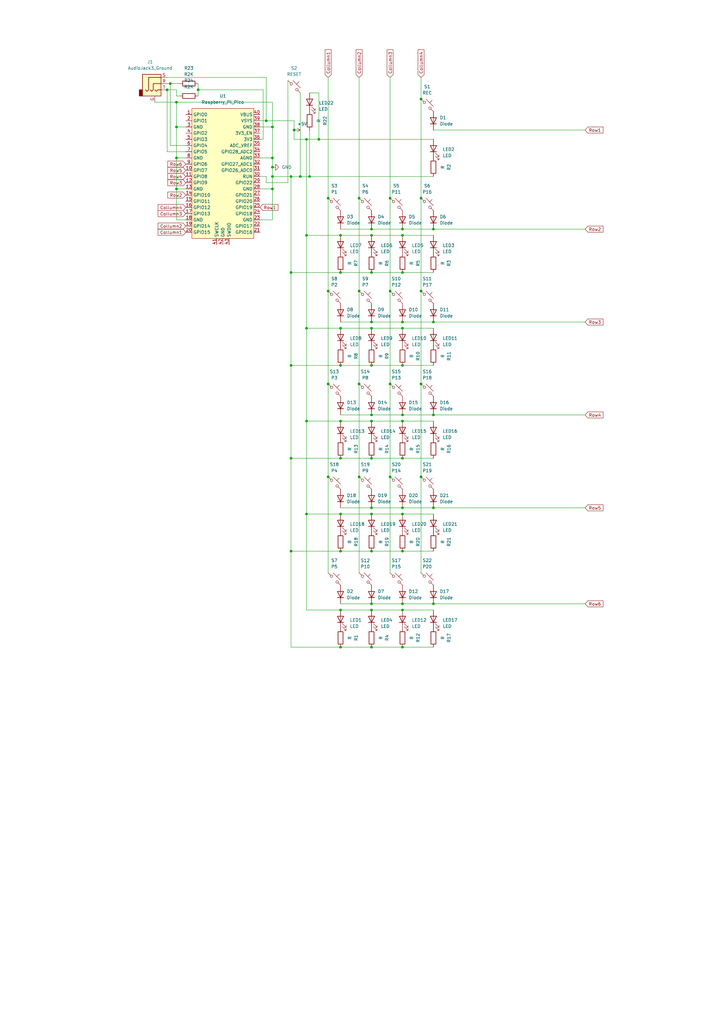
<source format=kicad_sch>
(kicad_sch (version 20231120) (generator "eeschema") (generator_version "8.0")
  (paper "A3" portrait)
  (title_block (title "programmable") (date "2024-07-23") (rev "1") (company "peto59"))
  (lib_symbols
    (symbol "Connector_Audio:AudioJack3_Ground"
      (property "Reference" "J" (at 0 8.89 0))
      (property "Value" "AudioJack3_Ground" (at 0 6.35 0))
      (symbol "AudioJack3_Ground_0_1"
        (rectangle (start -5.08 -2.54) (end -6.35 -5.08) (stroke (width 0.254)) (fill (type outline)))
        (polyline (pts (xy 0 -2.54) (xy 0.635 -3.175) (xy 1.27 -2.54) (xy 2.54 -2.54)) (stroke (width 0.254)))
        (polyline (pts (xy -1.905 -2.54) (xy -1.27 -3.175) (xy -0.635 -2.54) (xy -0.635 0) (xy 2.54 0)) (stroke (width 0.254)))
        (polyline (pts (xy 2.54 2.54) (xy -2.54 2.54) (xy -2.54 -2.54) (xy -3.175 -3.175) (xy -3.81 -2.54)) (stroke (width 0.254)))
        (rectangle (start 2.54 3.81) (end -5.08 -5.08) (stroke (width 0.254)) (fill (type background)))
      )
      (symbol "AudioJack3_Ground_1_1"
        (pin passive line (at 0 -7.62 90) (length 2.54) (name "~") (number "G"))
        (pin passive line (at 5.08 0 180) (length 2.54) (name "~") (number "R"))
        (pin passive line (at 5.08 2.54 180) (length 2.54) (name "~") (number "S"))
        (pin passive line (at 5.08 -2.54 180) (length 2.54) (name "~") (number "T"))
      )
    )
    (symbol "Device:LED" (pin_numbers hide) (pin_names (offset 1.016) hide)
      (property "Reference" "D" (at 0 2.54 0))
      (property "Value" "LED" (at 0 -2.54 0))
      (symbol "LED_0_1"
        (polyline (pts (xy -1.27 -1.27) (xy -1.27 1.27)) (stroke (width 0.254)))
        (polyline (pts (xy -1.27 0) (xy 1.27 0)))
        (polyline (pts (xy 1.27 -1.27) (xy 1.27 1.27) (xy -1.27 0) (xy 1.27 -1.27)) (stroke (width 0.254)))
        (polyline (pts (xy -3.048 -0.762) (xy -4.572 -2.286) (xy -3.81 -2.286) (xy -4.572 -2.286) (xy -4.572 -1.524)))
        (polyline (pts (xy -1.778 -0.762) (xy -3.302 -2.286) (xy -2.54 -2.286) (xy -3.302 -2.286) (xy -3.302 -1.524)))
      )
      (symbol "LED_1_1"
        (pin passive line (at -3.81 0 0) (length 2.54) (name "K") (number "1"))
        (pin passive line (at 3.81 0 180) (length 2.54) (name "A") (number "2"))
      )
    )
    (symbol "Device:R" (pin_numbers hide) (pin_names (offset 0))
      (property "Reference" "R" (at 2.032 0 90))
      (property "Value" "R" (at 0 0 90))
      (symbol "R_0_1"
        (rectangle (start -1.016 -2.54) (end 1.016 2.54) (stroke (width 0.254)))
      )
      (symbol "R_1_1"
        (pin passive line (at 0 3.81 270) (length 1.27) (name "~") (number "1"))
        (pin passive line (at 0 -3.81 90) (length 1.27) (name "~") (number "2"))
      )
    )
    (symbol "ScottoKeebs:MCU_Raspberry_Pi_Pico"
      (property "Reference" "U" (at 0 0 0))
      (property "Value" "Raspberry_Pi_Pico" (at 0 27.94 0))
      (symbol "MCU_Raspberry_Pi_Pico_0_1"
        (rectangle (start -12.7 26.67) (end 12.7 -26.67) (fill (type background)))
      )
      (symbol "MCU_Raspberry_Pi_Pico_1_1"
        (pin bidirectional line (at -15.24 24.13 0) (length 2.54) (name "GPIO0") (number "1"))
        (pin bidirectional line (at -15.24 1.27 0) (length 2.54) (name "GPIO7") (number "10"))
        (pin bidirectional line (at -15.24 -1.27 0) (length 2.54) (name "GPIO8") (number "11"))
        (pin bidirectional line (at -15.24 -3.81 0) (length 2.54) (name "GPIO9") (number "12"))
        (pin power_in line (at -15.24 -6.35 0) (length 2.54) (name "GND") (number "13"))
        (pin bidirectional line (at -15.24 -8.89 0) (length 2.54) (name "GPIO10") (number "14"))
        (pin bidirectional line (at -15.24 -11.43 0) (length 2.54) (name "GPIO11") (number "15"))
        (pin bidirectional line (at -15.24 -13.97 0) (length 2.54) (name "GPIO12") (number "16"))
        (pin bidirectional line (at -15.24 -16.51 0) (length 2.54) (name "GPIO13") (number "17"))
        (pin power_in line (at -15.24 -19.05 0) (length 2.54) (name "GND") (number "18"))
        (pin bidirectional line (at -15.24 -21.59 0) (length 2.54) (name "GPIO14") (number "19"))
        (pin bidirectional line (at -15.24 21.59 0) (length 2.54) (name "GPIO1") (number "2"))
        (pin bidirectional line (at -15.24 -24.13 0) (length 2.54) (name "GPIO15") (number "20"))
        (pin bidirectional line (at 15.24 -24.13 180) (length 2.54) (name "GPIO16") (number "21"))
        (pin bidirectional line (at 15.24 -21.59 180) (length 2.54) (name "GPIO17") (number "22"))
        (pin power_in line (at 15.24 -19.05 180) (length 2.54) (name "GND") (number "23"))
        (pin bidirectional line (at 15.24 -16.51 180) (length 2.54) (name "GPIO18") (number "24"))
        (pin bidirectional line (at 15.24 -13.97 180) (length 2.54) (name "GPIO19") (number "25"))
        (pin bidirectional line (at 15.24 -11.43 180) (length 2.54) (name "GPIO20") (number "26"))
        (pin bidirectional line (at 15.24 -8.89 180) (length 2.54) (name "GPIO21") (number "27"))
        (pin power_in line (at 15.24 -6.35 180) (length 2.54) (name "GND") (number "28"))
        (pin bidirectional line (at 15.24 -3.81 180) (length 2.54) (name "GPIO22") (number "29"))
        (pin power_in line (at -15.24 19.05 0) (length 2.54) (name "GND") (number "3"))
        (pin input line (at 15.24 -1.27 180) (length 2.54) (name "RUN") (number "30"))
        (pin bidirectional line (at 15.24 1.27 180) (length 2.54) (name "GPIO26_ADC0") (number "31"))
        (pin bidirectional line (at 15.24 3.81 180) (length 2.54) (name "GPIO27_ADC1") (number "32"))
        (pin power_in line (at 15.24 6.35 180) (length 2.54) (name "AGND") (number "33"))
        (pin bidirectional line (at 15.24 8.89 180) (length 2.54) (name "GPIO28_ADC2") (number "34"))
        (pin power_in line (at 15.24 11.43 180) (length 2.54) (name "ADC_VREF") (number "35"))
        (pin power_in line (at 15.24 13.97 180) (length 2.54) (name "3V3") (number "36"))
        (pin input line (at 15.24 16.51 180) (length 2.54) (name "3V3_EN") (number "37"))
        (pin bidirectional line (at 15.24 19.05 180) (length 2.54) (name "GND") (number "38"))
        (pin power_in line (at 15.24 21.59 180) (length 2.54) (name "VSYS") (number "39"))
        (pin bidirectional line (at -15.24 16.51 0) (length 2.54) (name "GPIO2") (number "4"))
        (pin power_in line (at 15.24 24.13 180) (length 2.54) (name "VBUS") (number "40"))
        (pin input line (at -2.54 -29.21 90) (length 2.54) (name "SWCLK") (number "41"))
        (pin power_in line (at 0 -29.21 90) (length 2.54) (name "GND") (number "42"))
        (pin bidirectional line (at 2.54 -29.21 90) (length 2.54) (name "SWDIO") (number "43"))
        (pin bidirectional line (at -15.24 13.97 0) (length 2.54) (name "GPIO3") (number "5"))
        (pin bidirectional line (at -15.24 11.43 0) (length 2.54) (name "GPIO4") (number "6"))
        (pin bidirectional line (at -15.24 8.89 0) (length 2.54) (name "GPIO5") (number "7"))
        (pin power_in line (at -15.24 6.35 0) (length 2.54) (name "GND") (number "8"))
        (pin bidirectional line (at -15.24 3.81 0) (length 2.54) (name "GPIO6") (number "9"))
      )
    )
    (symbol "ScottoKeebs:Placeholder_Diode" (pin_numbers hide) (pin_names hide)
      (property "Reference" "D" (at 0 2.54 0))
      (property "Value" "Diode" (at 0 -2.54 0))
      (symbol "Placeholder_Diode_0_1"
        (polyline (pts (xy -1.27 1.27) (xy -1.27 -1.27)) (stroke (width 0.254)))
        (polyline (pts (xy 1.27 0) (xy -1.27 0)))
        (polyline (pts (xy 1.27 1.27) (xy 1.27 -1.27) (xy -1.27 0) (xy 1.27 1.27)) (stroke (width 0.254)))
      )
      (symbol "Placeholder_Diode_1_1"
        (pin passive line (at -3.81 0 0) (length 2.54) (name "K") (number "1"))
        (pin passive line (at 3.81 0 180) (length 2.54) (name "A") (number "2"))
      )
    )
    (symbol "ScottoKeebs:Placeholder_Keyswitch" (pin_numbers hide) (pin_names (offset 1.016) hide)
      (property "Reference" "S" (at 3.048 1.016 0))
      (property "Value" "Keyswitch" (at 0 -3.81 0))
      (symbol "Placeholder_Keyswitch_0_1"
        (circle (center -1.1684 1.1684) (radius 0.508))
        (polyline (pts (xy -0.508 2.54) (xy 2.54 -0.508)))
        (polyline (pts (xy 1.016 1.016) (xy 2.032 2.032)))
        (polyline (pts (xy -2.54 2.54) (xy -1.524 1.524) (xy -1.524 1.524)))
        (polyline (pts (xy 1.524 -1.524) (xy 2.54 -2.54) (xy 2.54 -2.54) (xy 2.54 -2.54)))
        (circle (center 1.143 -1.1938) (radius 0.508))
        (pin passive line (at -2.54 2.54 0) (length 0) (name "1") (number "1"))
        (pin passive line (at 2.54 -2.54 180) (length 0) (name "2") (number "2"))
      )
    )
    (symbol "power:+5V" (power) (pin_names (offset 0))
      (property "Value" "+5V" (at 0 3.556 0))
      (symbol "+5V_0_1"
        (polyline (pts (xy -0.762 1.27) (xy 0 2.54)))
        (polyline (pts (xy 0 0) (xy 0 2.54)))
        (polyline (pts (xy 0 2.54) (xy 0.762 1.27)))
      )
      (symbol "+5V_1_1"
        (pin power_in line (at 0 0 90) (length 0) hide (name "+5V") (number "1"))
      )
    )
    (symbol "power:GND" (power) (pin_names (offset 0))
      (property "Value" "GND" (at 0 -3.81 0))
      (symbol "GND_0_1"
        (polyline (pts (xy 0 0) (xy 0 -1.27) (xy 1.27 -1.27) (xy 0 -2.54) (xy -1.27 -1.27) (xy 0 -1.27)))
      )
      (symbol "GND_1_1"
        (pin power_in line (at 0 0 270) (length 0) hide (name "GND") (number "1"))
      )
    )
  )
  (junction (at 152.4 172.72))
  (junction (at 147.32 157.48))
  (junction (at 177.8 93.98))
  (junction (at 160.02 157.48))
  (junction (at 165.1 111.76))
  (junction (at 139.7 187.96))
  (junction (at 165.1 208.28))
  (junction (at 172.72 157.48))
  (junction (at 165.1 187.96))
  (junction (at 177.8 170.18))
  (junction (at 81.28 36.83))
  (junction (at 111.76 68.58))
  (junction (at 172.72 195.58))
  (junction (at 139.7 149.86))
  (junction (at 125.73 172.72))
  (junction (at 134.62 119.38))
  (junction (at 177.8 132.08))
  (junction (at 165.1 250.19))
  (junction (at 120.65 53.34))
  (junction (at 72.39 52.07))
  (junction (at 152.4 111.76))
  (junction (at 152.4 134.62))
  (junction (at 152.4 96.52))
  (junction (at 152.4 93.98))
  (junction (at 69.85 34.29))
  (junction (at 111.76 52.07))
  (junction (at 147.32 81.28))
  (junction (at 177.8 247.65))
  (junction (at 125.73 57.15))
  (junction (at 165.1 149.86))
  (junction (at 165.1 134.62))
  (junction (at 165.1 210.82))
  (junction (at 165.1 172.72))
  (junction (at 119.38 226.06))
  (junction (at 139.7 96.52))
  (junction (at 172.72 119.38))
  (junction (at 152.4 132.08))
  (junction (at 165.1 170.18))
  (junction (at 147.32 119.38))
  (junction (at 125.73 134.62))
  (junction (at 125.73 210.82))
  (junction (at 139.7 172.72))
  (junction (at 127 72.39))
  (junction (at 165.1 265.43))
  (junction (at 134.62 81.28))
  (junction (at 172.72 81.28))
  (junction (at 68.58 36.83))
  (junction (at 123.19 72.39))
  (junction (at 109.22 49.53))
  (junction (at 152.4 149.86))
  (junction (at 134.62 157.48))
  (junction (at 119.38 72.39))
  (junction (at 152.4 226.06))
  (junction (at 152.4 210.82))
  (junction (at 134.62 195.58))
  (junction (at 160.02 195.58))
  (junction (at 139.7 210.82))
  (junction (at 111.76 72.39))
  (junction (at 130.81 57.15))
  (junction (at 165.1 132.08))
  (junction (at 152.4 265.43))
  (junction (at 139.7 250.19))
  (junction (at 152.4 208.28))
  (junction (at 125.73 96.52))
  (junction (at 139.7 265.43))
  (junction (at 177.8 208.28))
  (junction (at 72.39 77.47))
  (junction (at 165.1 247.65))
  (junction (at 160.02 81.28))
  (junction (at 152.4 250.19))
  (junction (at 147.32 195.58))
  (junction (at 165.1 96.52))
  (junction (at 160.02 119.38))
  (junction (at 111.76 77.47))
  (junction (at 119.38 111.76))
  (junction (at 139.7 134.62))
  (junction (at 139.7 111.76))
  (junction (at 72.39 41.91))
  (junction (at 152.4 170.18))
  (junction (at 172.72 40.64))
  (junction (at 139.7 226.06))
  (junction (at 119.38 149.86))
  (junction (at 165.1 226.06))
  (junction (at 111.76 64.77))
  (junction (at 152.4 187.96))
  (junction (at 72.39 64.77))
  (junction (at 152.4 247.65))
  (junction (at 119.38 187.96))
  (junction (at 165.1 93.98))
  (wire (pts (xy 139.7 134.62) (xy 152.4 134.62)))
  (wire (pts (xy 76.2 77.47) (xy 72.39 77.47)))
  (wire (pts (xy 120.65 53.34) (xy 120.65 49.53)))
  (wire (pts (xy 125.73 210.82) (xy 139.7 210.82)))
  (wire (pts (xy 139.7 172.72) (xy 152.4 172.72)))
  (wire (pts (xy 177.8 93.98) (xy 240.03 93.98)))
  (wire (pts (xy 111.76 72.39) (xy 111.76 68.58)))
  (wire (pts (xy 109.22 31.75) (xy 109.22 49.53)))
  (wire (pts (xy 152.4 210.82) (xy 165.1 210.82)))
  (wire (pts (xy 106.68 77.47) (xy 111.76 77.47)))
  (wire (pts (xy 152.4 226.06) (xy 165.1 226.06)))
  (wire (pts (xy 152.4 132.08) (xy 165.1 132.08)))
  (wire (pts (xy 177.8 208.28) (xy 240.03 208.28)))
  (wire (pts (xy 72.39 36.83) (xy 68.58 36.83)))
  (wire (pts (xy 125.73 172.72) (xy 125.73 210.82)))
  (wire (pts (xy 147.32 157.48) (xy 147.32 195.58)))
  (wire (pts (xy 119.38 226.06) (xy 139.7 226.06)))
  (wire (pts (xy 165.1 247.65) (xy 177.8 247.65)))
  (wire (pts (xy 106.68 64.77) (xy 111.76 64.77)))
  (wire (pts (xy 73.66 39.37) (xy 72.39 39.37)))
  (wire (pts (xy 172.72 81.28) (xy 172.72 119.38)))
  (wire (pts (xy 111.76 64.77) (xy 111.76 52.07)))
  (wire (pts (xy 72.39 52.07) (xy 72.39 64.77)))
  (wire (pts (xy 125.73 96.52) (xy 125.73 57.15)))
  (wire (pts (xy 172.72 157.48) (xy 172.72 195.58)))
  (wire (pts (xy 119.38 149.86) (xy 139.7 149.86)))
  (wire (pts (xy 111.76 68.58) (xy 111.76 64.77)))
  (wire (pts (xy 177.8 170.18) (xy 240.03 170.18)))
  (wire (pts (xy 125.73 96.52) (xy 139.7 96.52)))
  (wire (pts (xy 165.1 210.82) (xy 177.8 210.82)))
  (wire (pts (xy 76.2 90.17) (xy 72.39 90.17)))
  (wire (pts (xy 109.22 49.53) (xy 120.65 49.53)))
  (wire (pts (xy 76.2 62.23) (xy 68.58 62.23)))
  (wire (pts (xy 120.65 57.15) (xy 125.73 57.15)))
  (wire (pts (xy 147.32 195.58) (xy 147.32 234.95)))
  (wire (pts (xy 72.39 39.37) (xy 72.39 36.83)))
  (wire (pts (xy 139.7 96.52) (xy 152.4 96.52)))
  (wire (pts (xy 109.22 72.39) (xy 109.22 74.93)))
  (wire (pts (xy 119.38 149.86) (xy 119.38 187.96)))
  (wire (pts (xy 111.76 77.47) (xy 111.76 72.39)))
  (wire (pts (xy 152.4 247.65) (xy 165.1 247.65)))
  (wire (pts (xy 127 53.34) (xy 127 72.39)))
  (wire (pts (xy 81.28 34.29) (xy 81.28 36.83)))
  (wire (pts (xy 160.02 81.28) (xy 160.02 31.75)))
  (wire (pts (xy 165.1 96.52) (xy 177.8 96.52)))
  (wire (pts (xy 72.39 41.91) (xy 63.5 41.91)))
  (wire (pts (xy 160.02 157.48) (xy 160.02 195.58)))
  (wire (pts (xy 177.8 53.34) (xy 240.03 53.34)))
  (wire (pts (xy 147.32 31.75) (xy 147.32 81.28)))
  (wire (pts (xy 125.73 57.15) (xy 130.81 57.15)))
  (wire (pts (xy 177.8 247.65) (xy 240.03 247.65)))
  (wire (pts (xy 130.81 38.1) (xy 130.81 57.15)))
  (wire (pts (xy 106.68 52.07) (xy 111.76 52.07)))
  (wire (pts (xy 134.62 119.38) (xy 134.62 157.48)))
  (wire (pts (xy 119.38 111.76) (xy 119.38 149.86)))
  (wire (pts (xy 119.38 111.76) (xy 139.7 111.76)))
  (wire (pts (xy 68.58 31.75) (xy 109.22 31.75)))
  (wire (pts (xy 72.39 77.47) (xy 72.39 64.77)))
  (wire (pts (xy 139.7 93.98) (xy 152.4 93.98)))
  (wire (pts (xy 139.7 132.08) (xy 152.4 132.08)))
  (wire (pts (xy 125.73 172.72) (xy 139.7 172.72)))
  (wire (pts (xy 139.7 265.43) (xy 119.38 265.43)))
  (wire (pts (xy 118.11 74.93) (xy 118.11 33.02)))
  (wire (pts (xy 165.1 208.28) (xy 177.8 208.28)))
  (wire (pts (xy 152.4 93.98) (xy 165.1 93.98)))
  (wire (pts (xy 72.39 77.47) (xy 72.39 90.17)))
  (wire (pts (xy 165.1 132.08) (xy 177.8 132.08)))
  (wire (pts (xy 73.66 34.29) (xy 69.85 34.29)))
  (wire (pts (xy 160.02 119.38) (xy 160.02 157.48)))
  (wire (pts (xy 76.2 52.07) (xy 72.39 52.07)))
  (wire (pts (xy 147.32 81.28) (xy 147.32 119.38)))
  (wire (pts (xy 125.73 96.52) (xy 125.73 134.62)))
  (wire (pts (xy 81.28 39.37) (xy 81.28 36.83)))
  (wire (pts (xy 106.68 57.15) (xy 107.95 57.15)))
  (wire (pts (xy 119.38 111.76) (xy 119.38 72.39)))
  (wire (pts (xy 130.81 57.15) (xy 177.8 57.15)))
  (wire (pts (xy 139.7 265.43) (xy 152.4 265.43)))
  (wire (pts (xy 177.8 132.08) (xy 240.03 132.08)))
  (wire (pts (xy 165.1 172.72) (xy 177.8 172.72)))
  (wire (pts (xy 119.38 72.39) (xy 123.19 72.39)))
  (wire (pts (xy 152.4 265.43) (xy 165.1 265.43)))
  (wire (pts (xy 109.22 49.53) (xy 106.68 49.53)))
  (wire (pts (xy 172.72 81.28) (xy 172.72 40.64)))
  (wire (pts (xy 119.38 265.43) (xy 119.38 226.06)))
  (wire (pts (xy 125.73 134.62) (xy 139.7 134.62)))
  (wire (pts (xy 134.62 31.75) (xy 134.62 81.28)))
  (wire (pts (xy 127 72.39) (xy 123.19 72.39)))
  (wire (pts (xy 139.7 170.18) (xy 152.4 170.18)))
  (wire (pts (xy 152.4 134.62) (xy 165.1 134.62)))
  (wire (pts (xy 76.2 59.69) (xy 69.85 59.69)))
  (wire (pts (xy 160.02 81.28) (xy 160.02 119.38)))
  (wire (pts (xy 139.7 111.76) (xy 152.4 111.76)))
  (wire (pts (xy 134.62 81.28) (xy 134.62 119.38)))
  (wire (pts (xy 123.19 38.1) (xy 123.19 72.39)))
  (wire (pts (xy 139.7 226.06) (xy 152.4 226.06)))
  (wire (pts (xy 165.1 93.98) (xy 177.8 93.98)))
  (wire (pts (xy 111.76 90.17) (xy 111.76 77.47)))
  (wire (pts (xy 165.1 250.19) (xy 177.8 250.19)))
  (wire (pts (xy 127 38.1) (xy 130.81 38.1)))
  (wire (pts (xy 147.32 119.38) (xy 147.32 157.48)))
  (wire (pts (xy 165.1 226.06) (xy 177.8 226.06)))
  (wire (pts (xy 152.4 96.52) (xy 165.1 96.52)))
  (wire (pts (xy 139.7 208.28) (xy 152.4 208.28)))
  (wire (pts (xy 72.39 52.07) (xy 72.39 41.91)))
  (wire (pts (xy 165.1 111.76) (xy 177.8 111.76)))
  (wire (pts (xy 111.76 41.91) (xy 72.39 41.91)))
  (wire (pts (xy 109.22 74.93) (xy 118.11 74.93)))
  (wire (pts (xy 139.7 210.82) (xy 152.4 210.82)))
  (wire (pts (xy 152.4 172.72) (xy 165.1 172.72)))
  (wire (pts (xy 165.1 187.96) (xy 177.8 187.96)))
  (wire (pts (xy 139.7 149.86) (xy 152.4 149.86)))
  (wire (pts (xy 119.38 187.96) (xy 119.38 226.06)))
  (wire (pts (xy 134.62 157.48) (xy 134.62 195.58)))
  (wire (pts (xy 106.68 72.39) (xy 109.22 72.39)))
  (wire (pts (xy 177.8 72.39) (xy 127 72.39)))
  (wire (pts (xy 134.62 195.58) (xy 134.62 234.95)))
  (wire (pts (xy 165.1 134.62) (xy 177.8 134.62)))
  (wire (pts (xy 125.73 210.82) (xy 125.73 250.19)))
  (wire (pts (xy 172.72 31.75) (xy 172.72 40.64)))
  (wire (pts (xy 111.76 72.39) (xy 119.38 72.39)))
  (wire (pts (xy 172.72 119.38) (xy 172.72 157.48)))
  (wire (pts (xy 119.38 187.96) (xy 139.7 187.96)))
  (wire (pts (xy 152.4 149.86) (xy 165.1 149.86)))
  (wire (pts (xy 139.7 250.19) (xy 152.4 250.19)))
  (wire (pts (xy 152.4 111.76) (xy 165.1 111.76)))
  (wire (pts (xy 76.2 64.77) (xy 72.39 64.77)))
  (wire (pts (xy 125.73 134.62) (xy 125.73 172.72)))
  (wire (pts (xy 160.02 195.58) (xy 160.02 234.95)))
  (wire (pts (xy 69.85 34.29) (xy 68.58 34.29)))
  (wire (pts (xy 125.73 250.19) (xy 139.7 250.19)))
  (wire (pts (xy 106.68 90.17) (xy 111.76 90.17)))
  (wire (pts (xy 120.65 53.34) (xy 120.65 57.15)))
  (wire (pts (xy 152.4 170.18) (xy 165.1 170.18)))
  (wire (pts (xy 139.7 247.65) (xy 152.4 247.65)))
  (wire (pts (xy 152.4 187.96) (xy 165.1 187.96)))
  (wire (pts (xy 107.95 57.15) (xy 107.95 36.83)))
  (wire (pts (xy 172.72 195.58) (xy 172.72 234.95)))
  (wire (pts (xy 165.1 170.18) (xy 177.8 170.18)))
  (wire (pts (xy 165.1 265.43) (xy 177.8 265.43)))
  (wire (pts (xy 152.4 208.28) (xy 165.1 208.28)))
  (wire (pts (xy 152.4 250.19) (xy 165.1 250.19)))
  (wire (pts (xy 139.7 187.96) (xy 152.4 187.96)))
  (wire (pts (xy 111.76 52.07) (xy 111.76 41.91)))
  (wire (pts (xy 165.1 149.86) (xy 177.8 149.86)))
  (wire (pts (xy 107.95 36.83) (xy 81.28 36.83)))
  (wire (pts (xy 69.85 34.29) (xy 69.85 59.69)))
  (wire (pts (xy 68.58 62.23) (xy 68.58 36.83)))
  (global_label "Row2" (shape input) (at 240.03 93.98 0) (property "Intersheetrefs" "${INTERSHEET_REFS}" (effects (hide yes))))
  (global_label "Collumn3" (shape input) (at 160.02 31.75 90) (property "Intersheetrefs" "${INTERSHEET_REFS}" (effects (hide yes))))
  (global_label "Collumn2" (shape input) (at 147.32 31.75 90) (property "Intersheetrefs" "${INTERSHEET_REFS}" (effects (hide yes))))
  (global_label "Row3" (shape input) (at 240.03 132.08 0) (property "Intersheetrefs" "${INTERSHEET_REFS}" (effects (hide yes))))
  (global_label "Row5" (shape input) (at 240.03 208.28 0) (property "Intersheetrefs" "${INTERSHEET_REFS}" (effects (hide yes))))
  (global_label "Collumn3" (shape input) (at 76.2 87.63 180) (property "Intersheetrefs" "${INTERSHEET_REFS}" (effects (hide yes))))
  (global_label "Row4" (shape input) (at 76.2 72.39 180) (property "Intersheetrefs" "${INTERSHEET_REFS}" (effects (hide yes))))
  (global_label "Collumn4" (shape input) (at 76.2 85.09 180) (property "Intersheetrefs" "${INTERSHEET_REFS}" (effects (hide yes))))
  (global_label "Row1" (shape input) (at 106.68 85.09 0) (property "Intersheetrefs" "${INTERSHEET_REFS}" (effects (hide yes))))
  (global_label "Row4" (shape input) (at 240.03 170.18 0) (property "Intersheetrefs" "${INTERSHEET_REFS}" (effects (hide yes))))
  (global_label "Collumn1" (shape input) (at 134.62 31.75 90) (property "Intersheetrefs" "${INTERSHEET_REFS}" (effects (hide yes))))
  (global_label "Collumn4" (shape input) (at 172.72 31.75 90) (property "Intersheetrefs" "${INTERSHEET_REFS}" (effects (hide yes))))
  (global_label "Row5" (shape input) (at 76.2 69.85 180) (property "Intersheetrefs" "${INTERSHEET_REFS}" (effects (hide yes))))
  (global_label "Row3" (shape input) (at 76.2 74.93 180) (property "Intersheetrefs" "${INTERSHEET_REFS}" (effects (hide yes))))
  (global_label "Row1" (shape input) (at 240.03 53.34 0) (property "Intersheetrefs" "${INTERSHEET_REFS}" (effects (hide yes))))
  (global_label "Row6" (shape input) (at 240.03 247.65 0) (property "Intersheetrefs" "${INTERSHEET_REFS}" (effects (hide yes))))
  (global_label "Collumn2" (shape input) (at 76.2 92.71 180) (property "Intersheetrefs" "${INTERSHEET_REFS}" (effects (hide yes))))
  (global_label "Collumn1" (shape input) (at 76.2 95.25 180) (property "Intersheetrefs" "${INTERSHEET_REFS}" (effects (hide yes))))
  (global_label "Row6" (shape input) (at 76.2 67.31 180) (property "Intersheetrefs" "${INTERSHEET_REFS}" (effects (hide yes))))
  (global_label "Row2" (shape input) (at 76.2 80.01 180) (property "Intersheetrefs" "${INTERSHEET_REFS}" (effects (hide yes))))
  (symbol (lib_id "ScottoKeebs:Placeholder_Diode") (at 165.1 90.17 90) (unit 1)
    (property "Reference" "D5" (at 167.64 88.9 90) (effects (justify right)))
    (property "Value" "Diode" (at 167.64 91.44 90) (effects (justify right)))
    (property "Footprint" "Diode_SMD:Nexperia_CFP3_SOD-123W" (effects (hide yes)))
    (property "Sim.Device" "D" (effects (hide yes)))
    (property "Sim.Pins" "1=K 2=A" (effects (hide yes)))
  )
  (symbol (lib_id "Device:R") (at 139.7 146.05 0) (unit 1)
    (property "Reference" "R8" (at 146.05 146.05 90))
    (property "Value" "R" (at 143.51 146.05 90))
    (property "Footprint" "Resistor_SMD:R_0603_1608Metric_Pad0.98x0.95mm_HandSolder" (effects (hide yes)))
  )
  (symbol (lib_id "ScottoKeebs:Placeholder_Keyswitch") (at 175.26 43.18 0) (unit 1)
    (property "Reference" "S1" (at 175.26 35.56 0))
    (property "Value" "REC" (at 175.26 38.1 0))
    (property "Footprint" "MX V2 MX Hotswap:MX-Hotswap-1U" (effects (hide yes)))
  )
  (symbol (lib_id "ScottoKeebs:Placeholder_Keyswitch") (at 162.56 160.02 0) (unit 1)
    (property "Reference" "S15" (at 162.56 152.4 0))
    (property "Value" "P13" (at 162.56 154.94 0))
    (property "Footprint" "MX V2 MX Hotswap:MX-Hotswap-1U" (effects (hide yes)))
  )
  (symbol (lib_id "Device:LED") (at 165.1 100.33 90) (unit 1)
    (property "Reference" "LED5" (at 168.91 100.6475 90) (effects (justify right)))
    (property "Value" "LED" (at 168.91 103.1875 90) (effects (justify right)))
    (property "Footprint" "MX V2 Misc:MX-LED-PolarityMarked" (effects (hide yes)))
  )
  (symbol (lib_id "ScottoKeebs:Placeholder_Keyswitch") (at 137.16 198.12 0) (unit 1)
    (property "Reference" "S18" (at 137.16 190.5 0))
    (property "Value" "P4" (at 137.16 193.04 0))
    (property "Footprint" "MX V2 MX Hotswap:MX-Hotswap-1U" (effects (hide yes)))
  )
  (symbol (lib_id "ScottoKeebs:Placeholder_Keyswitch") (at 175.26 198.12 0) (unit 1)
    (property "Reference" "S21" (at 175.26 190.5 0))
    (property "Value" "P19" (at 175.26 193.04 0))
    (property "Footprint" "MX V2 MX Hotswap:MX-Hotswap-1U" (effects (hide yes)))
  )
  (symbol (lib_id "Device:LED") (at 127 41.91 90) (unit 1)
    (property "Reference" "LED22" (at 130.81 42.2275 90) (effects (justify right)))
    (property "Value" "LED" (at 130.81 44.7675 90) (effects (justify right)))
    (property "Footprint" "MX V2 Misc:MX-LED-PolarityMarked" (effects (hide yes)))
  )
  (symbol (lib_id "ScottoKeebs:Placeholder_Diode") (at 139.7 204.47 90) (unit 1)
    (property "Reference" "D18" (at 142.24 203.2 90) (effects (justify right)))
    (property "Value" "Diode" (at 142.24 205.74 90) (effects (justify right)))
    (property "Footprint" "Diode_SMD:Nexperia_CFP3_SOD-123W" (effects (hide yes)))
    (property "Sim.Device" "D" (effects (hide yes)))
    (property "Sim.Pins" "1=K 2=A" (effects (hide yes)))
  )
  (symbol (lib_id "Device:R") (at 152.4 261.62 0) (unit 1)
    (property "Reference" "R4" (at 158.75 261.62 90))
    (property "Value" "R" (at 156.21 261.62 90))
    (property "Footprint" "Resistor_SMD:R_0603_1608Metric_Pad0.98x0.95mm_HandSolder" (effects (hide yes)))
  )
  (symbol (lib_id "ScottoKeebs:Placeholder_Diode") (at 177.8 204.47 90) (unit 1)
    (property "Reference" "D21" (at 180.34 203.2 90) (effects (justify right)))
    (property "Value" "Diode" (at 180.34 205.74 90) (effects (justify right)))
    (property "Footprint" "Diode_SMD:Nexperia_CFP3_SOD-123W" (effects (hide yes)))
    (property "Sim.Device" "D" (effects (hide yes)))
    (property "Sim.Pins" "1=K 2=A" (effects (hide yes)))
  )
  (symbol (lib_id "Device:LED") (at 152.4 138.43 90) (unit 1)
    (property "Reference" "LED9" (at 156.21 138.7475 90) (effects (justify right)))
    (property "Value" "LED" (at 156.21 141.2875 90) (effects (justify right)))
    (property "Footprint" "MX V2 Misc:MX-LED-PolarityMarked" (effects (hide yes)))
  )
  (symbol (lib_id "ScottoKeebs:Placeholder_Keyswitch") (at 162.56 121.92 0) (unit 1)
    (property "Reference" "S10" (at 162.56 114.3 0))
    (property "Value" "P12" (at 162.56 116.84 0))
    (property "Footprint" "MX V2 MX Hotswap:MX-Hotswap-1U" (effects (hide yes)))
  )
  (symbol (lib_id "Device:R") (at 165.1 184.15 0) (unit 1)
    (property "Reference" "R15" (at 171.45 184.15 90))
    (property "Value" "R" (at 168.91 184.15 90))
    (property "Footprint" "Resistor_SMD:R_0603_1608Metric_Pad0.98x0.95mm_HandSolder" (effects (hide yes)))
  )
  (symbol (lib_id "ScottoKeebs:Placeholder_Keyswitch") (at 175.26 237.49 0) (unit 1)
    (property "Reference" "S22" (at 175.26 229.87 0))
    (property "Value" "P20" (at 175.26 232.41 0))
    (property "Footprint" "MX V2 MX Hotswap:MX-Hotswap-1U" (effects (hide yes)))
  )
  (symbol (lib_id "ScottoKeebs:Placeholder_Diode") (at 152.4 204.47 90) (unit 1)
    (property "Reference" "D19" (at 154.94 203.2 90) (effects (justify right)))
    (property "Value" "Diode" (at 154.94 205.74 90) (effects (justify right)))
    (property "Footprint" "Diode_SMD:Nexperia_CFP3_SOD-123W" (effects (hide yes)))
    (property "Sim.Device" "D" (effects (hide yes)))
    (property "Sim.Pins" "1=K 2=A" (effects (hide yes)))
  )
  (symbol (lib_id "ScottoKeebs:Placeholder_Diode") (at 177.8 90.17 90) (unit 1)
    (property "Reference" "D6" (at 180.34 88.9 90) (effects (justify right)))
    (property "Value" "Diode" (at 180.34 91.44 90) (effects (justify right)))
    (property "Footprint" "Diode_SMD:Nexperia_CFP3_SOD-123W" (effects (hide yes)))
    (property "Sim.Device" "D" (effects (hide yes)))
    (property "Sim.Pins" "1=K 2=A" (effects (hide yes)))
  )
  (symbol (lib_id "Device:R") (at 77.47 34.29 270) (unit 1)
    (property "Reference" "R23" (at 77.47 27.94 90))
    (property "Value" "R2K" (at 77.47 30.48 90))
    (property "Footprint" "Resistor_THT:R_Axial_DIN0207_L6.3mm_D2.5mm_P10.16mm_Horizontal" (effects (hide yes)))
    (property "Description" "Resistor" (effects (hide yes)))
  )
  (symbol (lib_id "Device:LED") (at 165.1 176.53 90) (unit 1)
    (property "Reference" "LED15" (at 168.91 176.8475 90) (effects (justify right)))
    (property "Value" "LED" (at 168.91 179.3875 90) (effects (justify right)))
    (property "Footprint" "MX V2 Misc:MX-LED-PolarityMarked" (effects (hide yes)))
  )
  (symbol (lib_id "ScottoKeebs:Placeholder_Keyswitch") (at 149.86 83.82 0) (unit 1)
    (property "Reference" "S4" (at 149.86 76.2 0))
    (property "Value" "P6" (at 149.86 78.74 0))
    (property "Footprint" "MX V2 MX Hotswap:MX-Hotswap-1U" (effects (hide yes)))
  )
  (symbol (lib_id "ScottoKeebs:Placeholder_Diode") (at 139.7 128.27 90) (unit 1)
    (property "Reference" "D8" (at 142.24 127 90) (effects (justify right)))
    (property "Value" "Diode" (at 142.24 129.54 90) (effects (justify right)))
    (property "Footprint" "Diode_SMD:Nexperia_CFP3_SOD-123W" (effects (hide yes)))
    (property "Sim.Device" "D" (effects (hide yes)))
    (property "Sim.Pins" "1=K 2=A" (effects (hide yes)))
  )
  (symbol (lib_id "Device:R") (at 165.1 107.95 0) (unit 1)
    (property "Reference" "R5" (at 171.45 107.95 90))
    (property "Value" "R" (at 168.91 107.95 90))
    (property "Footprint" "Resistor_SMD:R_0603_1608Metric_Pad0.98x0.95mm_HandSolder" (effects (hide yes)))
  )
  (symbol (lib_id "Device:R") (at 177.8 261.62 0) (unit 1)
    (property "Reference" "R17" (at 184.15 261.62 90))
    (property "Value" "R" (at 181.61 261.62 90))
    (property "Footprint" "Resistor_SMD:R_0603_1608Metric_Pad0.98x0.95mm_HandSolder" (effects (hide yes)))
  )
  (symbol (lib_id "Device:LED") (at 152.4 100.33 90) (unit 1)
    (property "Reference" "LED6" (at 156.21 100.6475 90) (effects (justify right)))
    (property "Value" "LED" (at 156.21 103.1875 90) (effects (justify right)))
    (property "Footprint" "MX V2 Misc:MX-LED-PolarityMarked" (effects (hide yes)))
  )
  (symbol (lib_id "Device:LED") (at 139.7 138.43 90) (unit 1)
    (property "Reference" "LED8" (at 143.51 138.7475 90) (effects (justify right)))
    (property "Value" "LED" (at 143.51 141.2875 90) (effects (justify right)))
    (property "Footprint" "MX V2 Misc:MX-LED-PolarityMarked" (effects (hide yes)))
  )
  (symbol (lib_id "ScottoKeebs:Placeholder_Keyswitch") (at 175.26 160.02 0) (unit 1)
    (property "Reference" "S16" (at 175.26 152.4 0))
    (property "Value" "P18" (at 175.26 154.94 0))
    (property "Footprint" "MX V2 MX Hotswap:MX-Hotswap-1U" (effects (hide yes)))
  )
  (symbol (lib_id "Device:R") (at 177.8 184.15 0) (unit 1)
    (property "Reference" "R16" (at 184.15 184.15 90))
    (property "Value" "R" (at 181.61 184.15 90))
    (property "Footprint" "Resistor_SMD:R_0603_1608Metric_Pad0.98x0.95mm_HandSolder" (effects (hide yes)))
  )
  (symbol (lib_id "ScottoKeebs:Placeholder_Keyswitch") (at 137.16 83.82 0) (unit 1)
    (property "Reference" "S3" (at 137.16 76.2 0))
    (property "Value" "P1" (at 137.16 78.74 0))
    (property "Footprint" "MX V2 MX Hotswap:MX-Hotswap-1U" (effects (hide yes)))
  )
  (symbol (lib_id "ScottoKeebs:Placeholder_Keyswitch") (at 120.65 35.56 0) (unit 1)
    (property "Reference" "S2" (at 120.65 27.94 0))
    (property "Value" "RESET" (at 120.65 30.48 0))
    (property "Footprint" "MX V2 MX Hotswap:MX-Hotswap-1U" (effects (hide yes)))
  )
  (symbol (lib_id "ScottoKeebs:Placeholder_Diode") (at 152.4 128.27 90) (unit 1)
    (property "Reference" "D9" (at 154.94 127 90) (effects (justify right)))
    (property "Value" "Diode" (at 154.94 129.54 90) (effects (justify right)))
    (property "Footprint" "Diode_SMD:Nexperia_CFP3_SOD-123W" (effects (hide yes)))
    (property "Sim.Device" "D" (effects (hide yes)))
    (property "Sim.Pins" "1=K 2=A" (effects (hide yes)))
  )
  (symbol (lib_id "ScottoKeebs:Placeholder_Diode") (at 139.7 243.84 90) (unit 1)
    (property "Reference" "D2" (at 142.24 242.57 90) (effects (justify right)))
    (property "Value" "Diode" (at 142.24 245.11 90) (effects (justify right)))
    (property "Footprint" "Diode_SMD:Nexperia_CFP3_SOD-123W" (effects (hide yes)))
    (property "Sim.Device" "D" (effects (hide yes)))
    (property "Sim.Pins" "1=K 2=A" (effects (hide yes)))
  )
  (symbol (lib_id "ScottoKeebs:Placeholder_Diode") (at 152.4 90.17 90) (unit 1)
    (property "Reference" "D4" (at 154.94 88.9 90) (effects (justify right)))
    (property "Value" "Diode" (at 154.94 91.44 90) (effects (justify right)))
    (property "Footprint" "Diode_SMD:Nexperia_CFP3_SOD-123W" (effects (hide yes)))
    (property "Sim.Device" "D" (effects (hide yes)))
    (property "Sim.Pins" "1=K 2=A" (effects (hide yes)))
  )
  (symbol (lib_id "ScottoKeebs:Placeholder_Keyswitch") (at 162.56 198.12 0) (unit 1)
    (property "Reference" "S20" (at 162.56 190.5 0))
    (property "Value" "P14" (at 162.56 193.04 0))
    (property "Footprint" "MX V2 MX Hotswap:MX-Hotswap-1U" (effects (hide yes)))
  )
  (symbol (lib_id "Device:LED") (at 139.7 214.63 90) (unit 1)
    (property "Reference" "LED18" (at 143.51 214.9475 90) (effects (justify right)))
    (property "Value" "LED" (at 143.51 217.4875 90) (effects (justify right)))
    (property "Footprint" "MX V2 Misc:MX-LED-PolarityMarked" (effects (hide yes)))
  )
  (symbol (lib_id "ScottoKeebs:Placeholder_Keyswitch") (at 149.86 160.02 0) (unit 1)
    (property "Reference" "S14" (at 149.86 152.4 0))
    (property "Value" "P8" (at 149.86 154.94 0))
    (property "Footprint" "MX V2 MX Hotswap:MX-Hotswap-1U" (effects (hide yes)))
  )
  (symbol (lib_id "ScottoKeebs:Placeholder_Diode") (at 177.8 243.84 90) (unit 1)
    (property "Reference" "D17" (at 180.34 242.57 90) (effects (justify right)))
    (property "Value" "Diode" (at 180.34 245.11 90) (effects (justify right)))
    (property "Footprint" "Diode_SMD:Nexperia_CFP3_SOD-123W" (effects (hide yes)))
    (property "Sim.Device" "D" (effects (hide yes)))
    (property "Sim.Pins" "1=K 2=A" (effects (hide yes)))
  )
  (symbol (lib_id "ScottoKeebs:Placeholder_Diode") (at 165.1 128.27 90) (unit 1)
    (property "Reference" "D10" (at 167.64 127 90) (effects (justify right)))
    (property "Value" "Diode" (at 167.64 129.54 90) (effects (justify right)))
    (property "Footprint" "Diode_SMD:Nexperia_CFP3_SOD-123W" (effects (hide yes)))
    (property "Sim.Device" "D" (effects (hide yes)))
    (property "Sim.Pins" "1=K 2=A" (effects (hide yes)))
  )
  (symbol (lib_id "Device:LED") (at 177.8 176.53 90) (unit 1)
    (property "Reference" "LED16" (at 181.61 176.8475 90) (effects (justify right)))
    (property "Value" "LED" (at 181.61 179.3875 90) (effects (justify right)))
    (property "Footprint" "MX V2 Misc:MX-LED-PolarityMarked" (effects (hide yes)))
  )
  (symbol (lib_id "ScottoKeebs:Placeholder_Keyswitch") (at 137.16 121.92 0) (unit 1)
    (property "Reference" "S8" (at 137.16 114.3 0))
    (property "Value" "P2" (at 137.16 116.84 0))
    (property "Footprint" "MX V2 MX Hotswap:MX-Hotswap-1U" (effects (hide yes)))
  )
  (symbol (lib_id "Device:R") (at 152.4 222.25 0) (unit 1)
    (property "Reference" "R19" (at 158.75 222.25 90))
    (property "Value" "R" (at 156.21 222.25 90))
    (property "Footprint" "Resistor_SMD:R_0603_1608Metric_Pad0.98x0.95mm_HandSolder" (effects (hide yes)))
  )
  (symbol (lib_id "ScottoKeebs:Placeholder_Keyswitch") (at 137.16 237.49 0) (unit 1)
    (property "Reference" "S7" (at 137.16 229.87 0))
    (property "Value" "P5" (at 137.16 232.41 0))
    (property "Footprint" "MX V2 MX Hotswap:MX-Hotswap-1U" (effects (hide yes)))
  )
  (symbol (lib_id "Device:R") (at 77.47 39.37 270) (unit 1)
    (property "Reference" "R24" (at 77.47 33.02 90))
    (property "Value" "R2K" (at 77.47 35.56 90))
    (property "Footprint" "Resistor_THT:R_Axial_DIN0207_L6.3mm_D2.5mm_P10.16mm_Horizontal" (effects (hide yes)))
    (property "Description" "Resistor" (effects (hide yes)))
  )
  (symbol (lib_id "ScottoKeebs:Placeholder_Keyswitch") (at 175.26 83.82 0) (unit 1)
    (property "Reference" "S6" (at 175.26 76.2 0))
    (property "Value" "P16" (at 175.26 78.74 0))
    (property "Footprint" "MX V2 MX Hotswap:MX-Hotswap-1U" (effects (hide yes)))
  )
  (symbol (lib_id "ScottoKeebs:MCU_Raspberry_Pi_Pico") (at 91.44 71.12 0) (unit 1)
    (property "Reference" "U1" (at 91.44 39.37 0))
    (property "Value" "Raspberry_Pi_Pico" (at 91.44 41.91 0))
    (property "Footprint" "ScottoKeebs_MCU:Raspberry_Pi_Pico" (effects (hide yes)))
  )
  (symbol (lib_id "ScottoKeebs:Placeholder_Diode") (at 165.1 243.84 90) (unit 1)
    (property "Reference" "D12" (at 167.64 242.57 90) (effects (justify right)))
    (property "Value" "Diode" (at 167.64 245.11 90) (effects (justify right)))
    (property "Footprint" "Diode_SMD:Nexperia_CFP3_SOD-123W" (effects (hide yes)))
    (property "Sim.Device" "D" (effects (hide yes)))
    (property "Sim.Pins" "1=K 2=A" (effects (hide yes)))
  )
  (symbol (lib_id "ScottoKeebs:Placeholder_Diode") (at 177.8 49.53 90) (unit 1)
    (property "Reference" "D1" (at 180.34 48.26 90) (effects (justify right)))
    (property "Value" "Diode" (at 180.34 50.8 90) (effects (justify right)))
    (property "Footprint" "Diode_SMD:Nexperia_CFP3_SOD-123W" (effects (hide yes)))
    (property "Sim.Device" "D" (effects (hide yes)))
    (property "Sim.Pins" "1=K 2=A" (effects (hide yes)))
  )
  (symbol (lib_id "Device:LED") (at 177.8 214.63 90) (unit 1)
    (property "Reference" "LED21" (at 181.61 214.9475 90) (effects (justify right)))
    (property "Value" "LED" (at 181.61 217.4875 90) (effects (justify right)))
    (property "Footprint" "MX V2 Misc:MX-LED-PolarityMarked" (effects (hide yes)))
  )
  (symbol (lib_id "ScottoKeebs:Placeholder_Keyswitch") (at 175.26 121.92 0) (unit 1)
    (property "Reference" "S11" (at 175.26 114.3 0))
    (property "Value" "P17" (at 175.26 116.84 0))
    (property "Footprint" "MX V2 MX Hotswap:MX-Hotswap-1U" (effects (hide yes)))
  )
  (symbol (lib_id "Device:R") (at 152.4 184.15 0) (unit 1)
    (property "Reference" "R14" (at 158.75 184.15 90))
    (property "Value" "R" (at 156.21 184.15 90))
    (property "Footprint" "Resistor_SMD:R_0603_1608Metric_Pad0.98x0.95mm_HandSolder" (effects (hide yes)))
  )
  (symbol (lib_id "ScottoKeebs:Placeholder_Diode") (at 165.1 166.37 90) (unit 1)
    (property "Reference" "D15" (at 167.64 165.1 90) (effects (justify right)))
    (property "Value" "Diode" (at 167.64 167.64 90) (effects (justify right)))
    (property "Footprint" "Diode_SMD:Nexperia_CFP3_SOD-123W" (effects (hide yes)))
    (property "Sim.Device" "D" (effects (hide yes)))
    (property "Sim.Pins" "1=K 2=A" (effects (hide yes)))
  )
  (symbol (lib_id "Device:R") (at 177.8 146.05 0) (unit 1)
    (property "Reference" "R11" (at 184.15 146.05 90))
    (property "Value" "R" (at 181.61 146.05 90))
    (property "Footprint" "Resistor_SMD:R_0603_1608Metric_Pad0.98x0.95mm_HandSolder" (effects (hide yes)))
  )
  (symbol (lib_id "Device:R") (at 165.1 261.62 0) (unit 1)
    (property "Reference" "R12" (at 171.45 261.62 90))
    (property "Value" "R" (at 168.91 261.62 90))
    (property "Footprint" "Resistor_SMD:R_0603_1608Metric_Pad0.98x0.95mm_HandSolder" (effects (hide yes)))
  )
  (symbol (lib_id "ScottoKeebs:Placeholder_Keyswitch") (at 149.86 237.49 0) (unit 1)
    (property "Reference" "S12" (at 149.86 229.87 0))
    (property "Value" "P10" (at 149.86 232.41 0))
    (property "Footprint" "MX V2 MX Hotswap:MX-Hotswap-1U" (effects (hide yes)))
  )
  (symbol (lib_id "Device:R") (at 127 49.53 0) (unit 1)
    (property "Reference" "R22" (at 133.35 49.53 90))
    (property "Value" "R" (at 130.81 49.53 90))
    (property "Footprint" "Resistor_SMD:R_0603_1608Metric_Pad0.98x0.95mm_HandSolder" (effects (hide yes)))
  )
  (symbol (lib_id "Device:LED") (at 165.1 214.63 90) (unit 1)
    (property "Reference" "LED20" (at 168.91 214.9475 90) (effects (justify right)))
    (property "Value" "LED" (at 168.91 217.4875 90) (effects (justify right)))
    (property "Footprint" "MX V2 Misc:MX-LED-PolarityMarked" (effects (hide yes)))
  )
  (symbol (lib_id "Device:R") (at 139.7 261.62 0) (unit 1)
    (property "Reference" "R1" (at 146.05 261.62 90))
    (property "Value" "R" (at 143.51 261.62 90))
    (property "Footprint" "Resistor_SMD:R_0603_1608Metric_Pad0.98x0.95mm_HandSolder" (effects (hide yes)))
  )
  (symbol (lib_id "Device:LED") (at 152.4 254 90) (unit 1)
    (property "Reference" "LED4" (at 156.21 254.3175 90) (effects (justify right)))
    (property "Value" "LED" (at 156.21 256.8575 90) (effects (justify right)))
    (property "Footprint" "MX V2 Misc:MX-LED-PolarityMarked" (effects (hide yes)))
  )
  (symbol (lib_id "Device:LED") (at 152.4 214.63 90) (unit 1)
    (property "Reference" "LED19" (at 156.21 214.9475 90) (effects (justify right)))
    (property "Value" "LED" (at 156.21 217.4875 90) (effects (justify right)))
    (property "Footprint" "MX V2 Misc:MX-LED-PolarityMarked" (effects (hide yes)))
  )
  (symbol (lib_id "Device:LED") (at 139.7 176.53 90) (unit 1)
    (property "Reference" "LED13" (at 143.51 176.8475 90) (effects (justify right)))
    (property "Value" "LED" (at 143.51 179.3875 90) (effects (justify right)))
    (property "Footprint" "MX V2 Misc:MX-LED-PolarityMarked" (effects (hide yes)))
  )
  (symbol (lib_id "Device:R") (at 139.7 184.15 0) (unit 1)
    (property "Reference" "R13" (at 146.05 184.15 90))
    (property "Value" "R" (at 143.51 184.15 90))
    (property "Footprint" "Resistor_SMD:R_0603_1608Metric_Pad0.98x0.95mm_HandSolder" (effects (hide yes)))
  )
  (symbol (lib_id "Device:LED") (at 152.4 176.53 90) (unit 1)
    (property "Reference" "LED14" (at 156.21 176.8475 90) (effects (justify right)))
    (property "Value" "LED" (at 156.21 179.3875 90) (effects (justify right)))
    (property "Footprint" "MX V2 Misc:MX-LED-PolarityMarked" (effects (hide yes)))
  )
  (symbol (lib_id "Device:LED") (at 139.7 100.33 90) (unit 1)
    (property "Reference" "LED7" (at 143.51 100.6475 90) (effects (justify right)))
    (property "Value" "LED" (at 143.51 103.1875 90) (effects (justify right)))
    (property "Footprint" "MX V2 Misc:MX-LED-PolarityMarked" (effects (hide yes)))
  )
  (symbol (lib_id "Connector_Audio:AudioJack3_Ground") (at 63.5 34.29 0) (unit 1)
    (property "Reference" "J1" (at 61.595 25.4 0))
    (property "Value" "AudioJack3_Ground" (at 61.595 27.94 0))
    (property "Footprint" "Connector_Audio:Jack_3.5mm_KoreanHropartsElec_PJ-320D-4A_Horizontal" (effects (hide yes)))
  )
  (symbol (lib_id "Device:R") (at 177.8 107.95 0) (unit 1)
    (property "Reference" "R3" (at 184.15 107.95 90))
    (property "Value" "R" (at 181.61 107.95 90))
    (property "Footprint" "Resistor_SMD:R_0603_1608Metric_Pad0.98x0.95mm_HandSolder" (effects (hide yes)))
  )
  (symbol (lib_id "Device:R") (at 139.7 222.25 0) (unit 1)
    (property "Reference" "R18" (at 146.05 222.25 90))
    (property "Value" "R" (at 143.51 222.25 90))
    (property "Footprint" "Resistor_SMD:R_0603_1608Metric_Pad0.98x0.95mm_HandSolder" (effects (hide yes)))
  )
  (symbol (lib_id "Device:R") (at 152.4 146.05 0) (unit 1)
    (property "Reference" "R9" (at 158.75 146.05 90))
    (property "Value" "R" (at 156.21 146.05 90))
    (property "Footprint" "Resistor_SMD:R_0603_1608Metric_Pad0.98x0.95mm_HandSolder" (effects (hide yes)))
  )
  (symbol (lib_id "ScottoKeebs:Placeholder_Keyswitch") (at 149.86 121.92 0) (unit 1)
    (property "Reference" "S9" (at 149.86 114.3 0))
    (property "Value" "P7" (at 149.86 116.84 0))
    (property "Footprint" "MX V2 MX Hotswap:MX-Hotswap-1U" (effects (hide yes)))
  )
  (symbol (lib_id "ScottoKeebs:Placeholder_Keyswitch") (at 162.56 83.82 0) (unit 1)
    (property "Reference" "S5" (at 162.56 76.2 0))
    (property "Value" "P11" (at 162.56 78.74 0))
    (property "Footprint" "MX V2 MX Hotswap:MX-Hotswap-1U" (effects (hide yes)))
  )
  (symbol (lib_id "ScottoKeebs:Placeholder_Diode") (at 152.4 166.37 90) (unit 1)
    (property "Reference" "D14" (at 154.94 165.1 90) (effects (justify right)))
    (property "Value" "Diode" (at 154.94 167.64 90) (effects (justify right)))
    (property "Footprint" "Diode_SMD:Nexperia_CFP3_SOD-123W" (effects (hide yes)))
    (property "Sim.Device" "D" (effects (hide yes)))
    (property "Sim.Pins" "1=K 2=A" (effects (hide yes)))
  )
  (symbol (lib_id "ScottoKeebs:Placeholder_Keyswitch") (at 149.86 198.12 0) (unit 1)
    (property "Reference" "S19" (at 149.86 190.5 0))
    (property "Value" "P9" (at 149.86 193.04 0))
    (property "Footprint" "MX V2 MX Hotswap:MX-Hotswap-1U" (effects (hide yes)))
  )
  (symbol (lib_id "ScottoKeebs:Placeholder_Diode") (at 152.4 243.84 90) (unit 1)
    (property "Reference" "D7" (at 154.94 242.57 90) (effects (justify right)))
    (property "Value" "Diode" (at 154.94 245.11 90) (effects (justify right)))
    (property "Footprint" "Diode_SMD:Nexperia_CFP3_SOD-123W" (effects (hide yes)))
    (property "Sim.Device" "D" (effects (hide yes)))
    (property "Sim.Pins" "1=K 2=A" (effects (hide yes)))
  )
  (symbol (lib_id "Device:R") (at 165.1 146.05 0) (unit 1)
    (property "Reference" "R10" (at 171.45 146.05 90))
    (property "Value" "R" (at 168.91 146.05 90))
    (property "Footprint" "Resistor_SMD:R_0603_1608Metric_Pad0.98x0.95mm_HandSolder" (effects (hide yes)))
  )
  (symbol (lib_id "power:GND") (at 111.76 68.58 90) (mirror x) (unit 1)
    (property "Reference" "#PWR01" (effects (hide yes)))
    (property "Value" "GND" (at 115.57 68.58 90) (effects (justify right)))
  )
  (symbol (lib_id "Device:LED") (at 177.8 60.96 90) (unit 1)
    (property "Reference" "LED2" (at 181.61 61.2775 90) (effects (justify right)))
    (property "Value" "LED" (at 181.61 63.8175 90) (effects (justify right)))
    (property "Footprint" "MX V2 Misc:MX-LED-PolarityMarked" (effects (hide yes)))
  )
  (symbol (lib_id "ScottoKeebs:Placeholder_Diode") (at 165.1 204.47 90) (unit 1)
    (property "Reference" "D20" (at 167.64 203.2 90) (effects (justify right)))
    (property "Value" "Diode" (at 167.64 205.74 90) (effects (justify right)))
    (property "Footprint" "Diode_SMD:Nexperia_CFP3_SOD-123W" (effects (hide yes)))
    (property "Sim.Device" "D" (effects (hide yes)))
    (property "Sim.Pins" "1=K 2=A" (effects (hide yes)))
  )
  (symbol (lib_id "ScottoKeebs:Placeholder_Diode") (at 139.7 90.17 90) (unit 1)
    (property "Reference" "D3" (at 142.24 88.9 90) (effects (justify right)))
    (property "Value" "Diode" (at 142.24 91.44 90) (effects (justify right)))
    (property "Footprint" "Diode_SMD:Nexperia_CFP3_SOD-123W" (effects (hide yes)))
    (property "Sim.Device" "D" (effects (hide yes)))
    (property "Sim.Pins" "1=K 2=A" (effects (hide yes)))
  )
  (symbol (lib_id "ScottoKeebs:Placeholder_Keyswitch") (at 162.56 237.49 0) (unit 1)
    (property "Reference" "S17" (at 162.56 229.87 0))
    (property "Value" "P15" (at 162.56 232.41 0))
    (property "Footprint" "MX V2 MX Hotswap:MX-Hotswap-1U" (effects (hide yes)))
  )
  (symbol (lib_id "Device:LED") (at 177.8 138.43 90) (unit 1)
    (property "Reference" "LED11" (at 181.61 138.7475 90) (effects (justify right)))
    (property "Value" "LED" (at 181.61 141.2875 90) (effects (justify right)))
    (property "Footprint" "MX V2 Misc:MX-LED-PolarityMarked" (effects (hide yes)))
  )
  (symbol (lib_id "Device:R") (at 152.4 107.95 0) (unit 1)
    (property "Reference" "R6" (at 158.75 107.95 90))
    (property "Value" "R" (at 156.21 107.95 90))
    (property "Footprint" "Resistor_SMD:R_0603_1608Metric_Pad0.98x0.95mm_HandSolder" (effects (hide yes)))
  )
  (symbol (lib_id "Device:R") (at 139.7 107.95 0) (unit 1)
    (property "Reference" "R7" (at 146.05 107.95 90))
    (property "Value" "R" (at 143.51 107.95 90))
    (property "Footprint" "Resistor_SMD:R_0603_1608Metric_Pad0.98x0.95mm_HandSolder" (effects (hide yes)))
  )
  (symbol (lib_id "Device:LED") (at 177.8 100.33 90) (unit 1)
    (property "Reference" "LED3" (at 181.61 100.6475 90) (effects (justify right)))
    (property "Value" "LED" (at 181.61 103.1875 90) (effects (justify right)))
    (property "Footprint" "MX V2 Misc:MX-LED-PolarityMarked" (effects (hide yes)))
  )
  (symbol (lib_id "Device:R") (at 177.8 68.58 0) (unit 1)
    (property "Reference" "R2" (at 184.15 68.58 90))
    (property "Value" "R" (at 181.61 68.58 90))
    (property "Footprint" "Resistor_SMD:R_0603_1608Metric_Pad0.98x0.95mm_HandSolder" (effects (hide yes)))
  )
  (symbol (lib_id "power:+5V") (at 120.65 53.34 270) (mirror x) (unit 1)
    (property "Reference" "#PWR02" (effects (hide yes)))
    (property "Value" "+5V" (at 121.92 50.8 90) (effects (justify left)))
  )
  (symbol (lib_id "ScottoKeebs:Placeholder_Diode") (at 177.8 128.27 90) (unit 1)
    (property "Reference" "D11" (at 180.34 127 90) (effects (justify right)))
    (property "Value" "Diode" (at 180.34 129.54 90) (effects (justify right)))
    (property "Footprint" "Diode_SMD:Nexperia_CFP3_SOD-123W" (effects (hide yes)))
    (property "Sim.Device" "D" (effects (hide yes)))
    (property "Sim.Pins" "1=K 2=A" (effects (hide yes)))
  )
  (symbol (lib_id "ScottoKeebs:Placeholder_Diode") (at 177.8 166.37 90) (unit 1)
    (property "Reference" "D16" (at 180.34 165.1 90) (effects (justify right)))
    (property "Value" "Diode" (at 180.34 167.64 90) (effects (justify right)))
    (property "Footprint" "Diode_SMD:Nexperia_CFP3_SOD-123W" (effects (hide yes)))
    (property "Sim.Device" "D" (effects (hide yes)))
    (property "Sim.Pins" "1=K 2=A" (effects (hide yes)))
  )
  (symbol (lib_id "Device:R") (at 165.1 222.25 0) (unit 1)
    (property "Reference" "R20" (at 171.45 222.25 90))
    (property "Value" "R" (at 168.91 222.25 90))
    (property "Footprint" "Resistor_SMD:R_0603_1608Metric_Pad0.98x0.95mm_HandSolder" (effects (hide yes)))
  )
  (symbol (lib_id "Device:LED") (at 177.8 254 90) (unit 1)
    (property "Reference" "LED17" (at 181.61 254.3175 90) (effects (justify right)))
    (property "Value" "LED" (at 181.61 256.8575 90) (effects (justify right)))
    (property "Footprint" "MX V2 Misc:MX-LED-PolarityMarked" (effects (hide yes)))
  )
  (symbol (lib_id "Device:LED") (at 165.1 254 90) (unit 1)
    (property "Reference" "LED12" (at 168.91 254.3175 90) (effects (justify right)))
    (property "Value" "LED" (at 168.91 256.8575 90) (effects (justify right)))
    (property "Footprint" "MX V2 Misc:MX-LED-PolarityMarked" (effects (hide yes)))
  )
  (symbol (lib_id "ScottoKeebs:Placeholder_Diode") (at 139.7 166.37 90) (unit 1)
    (property "Reference" "D13" (at 142.24 165.1 90) (effects (justify right)))
    (property "Value" "Diode" (at 142.24 167.64 90) (effects (justify right)))
    (property "Footprint" "Diode_SMD:Nexperia_CFP3_SOD-123W" (effects (hide yes)))
    (property "Sim.Device" "D" (effects (hide yes)))
    (property "Sim.Pins" "1=K 2=A" (effects (hide yes)))
  )
  (symbol (lib_id "ScottoKeebs:Placeholder_Keyswitch") (at 137.16 160.02 0) (unit 1)
    (property "Reference" "S13" (at 137.16 152.4 0))
    (property "Value" "P3" (at 137.16 154.94 0))
    (property "Footprint" "MX V2 MX Hotswap:MX-Hotswap-1U" (effects (hide yes)))
  )
  (symbol (lib_id "Device:LED") (at 165.1 138.43 90) (unit 1)
    (property "Reference" "LED10" (at 168.91 138.7475 90) (effects (justify right)))
    (property "Value" "LED" (at 168.91 141.2875 90) (effects (justify right)))
    (property "Footprint" "MX V2 Misc:MX-LED-PolarityMarked" (effects (hide yes)))
  )
  (symbol (lib_id "Device:LED") (at 139.7 254 90) (unit 1)
    (property "Reference" "LED1" (at 143.51 254.3175 90) (effects (justify right)))
    (property "Value" "LED" (at 143.51 256.8575 90) (effects (justify right)))
    (property "Footprint" "MX V2 Misc:MX-LED-PolarityMarked" (effects (hide yes)))
  )
  (symbol (lib_id "Device:R") (at 177.8 222.25 0) (unit 1)
    (property "Reference" "R21" (at 184.15 222.25 90))
    (property "Value" "R" (at 181.61 222.25 90))
    (property "Footprint" "Resistor_SMD:R_0603_1608Metric_Pad0.98x0.95mm_HandSolder" (effects (hide yes)))
  )
)
</source>
